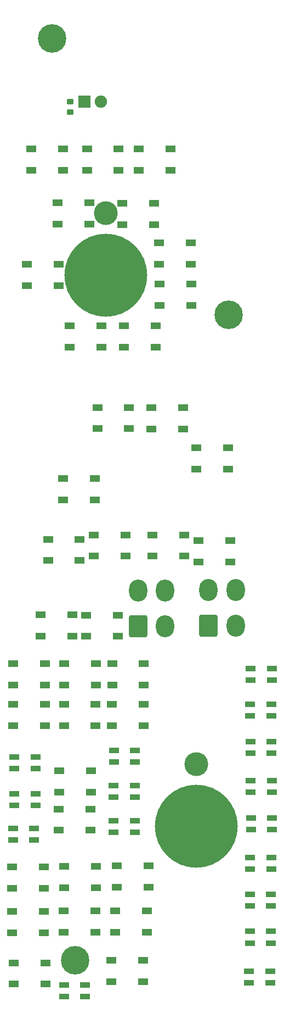
<source format=gbr>
%TF.GenerationSoftware,KiCad,Pcbnew,(6.0.9)*%
%TF.CreationDate,2022-12-26T23:22:05-09:00*%
%TF.ProjectId,PCB_ SPIN RCV PANEL,5043422c-2053-4504-994e-205243562050,rev?*%
%TF.SameCoordinates,Original*%
%TF.FileFunction,Soldermask,Top*%
%TF.FilePolarity,Negative*%
%FSLAX46Y46*%
G04 Gerber Fmt 4.6, Leading zero omitted, Abs format (unit mm)*
G04 Created by KiCad (PCBNEW (6.0.9)) date 2022-12-26 23:22:05*
%MOMM*%
%LPD*%
G01*
G04 APERTURE LIST*
G04 Aperture macros list*
%AMRoundRect*
0 Rectangle with rounded corners*
0 $1 Rounding radius*
0 $2 $3 $4 $5 $6 $7 $8 $9 X,Y pos of 4 corners*
0 Add a 4 corners polygon primitive as box body*
4,1,4,$2,$3,$4,$5,$6,$7,$8,$9,$2,$3,0*
0 Add four circle primitives for the rounded corners*
1,1,$1+$1,$2,$3*
1,1,$1+$1,$4,$5*
1,1,$1+$1,$6,$7*
1,1,$1+$1,$8,$9*
0 Add four rect primitives between the rounded corners*
20,1,$1+$1,$2,$3,$4,$5,0*
20,1,$1+$1,$4,$5,$6,$7,0*
20,1,$1+$1,$6,$7,$8,$9,0*
20,1,$1+$1,$8,$9,$2,$3,0*%
G04 Aperture macros list end*
%ADD10RoundRect,0.250000X-0.275000X0.200000X-0.275000X-0.200000X0.275000X-0.200000X0.275000X0.200000X0*%
%ADD11RoundRect,0.050000X-0.900000X-0.900000X0.900000X-0.900000X0.900000X0.900000X-0.900000X0.900000X0*%
%ADD12C,1.900000*%
%ADD13RoundRect,0.300001X-1.099999X-1.399999X1.099999X-1.399999X1.099999X1.399999X-1.099999X1.399999X0*%
%ADD14O,2.800000X3.400000*%
%ADD15RoundRect,0.050000X-0.750000X-0.400000X0.750000X-0.400000X0.750000X0.400000X-0.750000X0.400000X0*%
%ADD16RoundRect,0.050000X-0.750000X-0.450000X0.750000X-0.450000X0.750000X0.450000X-0.750000X0.450000X0*%
%ADD17C,12.800000*%
%ADD18C,3.672000*%
%ADD19C,4.400000*%
G04 APERTURE END LIST*
D10*
%TO.C,R1*%
X242545000Y-21501600D03*
X242545000Y-23151600D03*
%TD*%
D11*
%TO.C,D1*%
X244754000Y-21500000D03*
D12*
X247294000Y-21500000D03*
%TD*%
D13*
%TO.C,J1*%
X263900000Y-102300000D03*
D14*
X268100000Y-102300000D03*
X263900000Y-96800000D03*
X268100000Y-96800000D03*
%TD*%
D13*
%TO.C,J2*%
X253035000Y-102400000D03*
D14*
X257235000Y-102400000D03*
X253035000Y-96900000D03*
X257235000Y-96900000D03*
%TD*%
D15*
%TO.C,D25*%
X270410000Y-108885000D03*
X270410000Y-110665000D03*
X273690000Y-110665000D03*
X273690000Y-108885000D03*
%TD*%
%TO.C,D29*%
X270366000Y-114387000D03*
X270366000Y-116167000D03*
X273646000Y-116167000D03*
X273646000Y-114387000D03*
%TD*%
%TO.C,D30*%
X233948000Y-122565000D03*
X233948000Y-124345000D03*
X237228000Y-124345000D03*
X237228000Y-122565000D03*
%TD*%
%TO.C,D32*%
X249315000Y-121524000D03*
X249315000Y-123304000D03*
X252595000Y-123304000D03*
X252595000Y-121524000D03*
%TD*%
%TO.C,D33*%
X270397000Y-120178000D03*
X270397000Y-121958000D03*
X273677000Y-121958000D03*
X273677000Y-120178000D03*
%TD*%
%TO.C,D34*%
X233933000Y-128193000D03*
X233933000Y-129973000D03*
X237213000Y-129973000D03*
X237213000Y-128193000D03*
%TD*%
%TO.C,D35*%
X249289000Y-126960000D03*
X249289000Y-128740000D03*
X252569000Y-128740000D03*
X252569000Y-126960000D03*
%TD*%
%TO.C,D36*%
X270447000Y-126147000D03*
X270447000Y-127927000D03*
X273727000Y-127927000D03*
X273727000Y-126147000D03*
%TD*%
%TO.C,D37*%
X233728000Y-133577000D03*
X233728000Y-135357000D03*
X237008000Y-135357000D03*
X237008000Y-133577000D03*
%TD*%
%TO.C,D39*%
X249264000Y-132395000D03*
X249264000Y-134175000D03*
X252544000Y-134175000D03*
X252544000Y-132395000D03*
%TD*%
%TO.C,D40*%
X270470000Y-131952000D03*
X270470000Y-133732000D03*
X273750000Y-133732000D03*
X273750000Y-131952000D03*
%TD*%
%TO.C,D44*%
X270332000Y-138022000D03*
X270332000Y-139802000D03*
X273612000Y-139802000D03*
X273612000Y-138022000D03*
%TD*%
%TO.C,D45*%
X270318000Y-143712000D03*
X270318000Y-145492000D03*
X273598000Y-145492000D03*
X273598000Y-143712000D03*
%TD*%
%TO.C,D49*%
X270306000Y-149427000D03*
X270306000Y-151207000D03*
X273586000Y-151207000D03*
X273586000Y-149427000D03*
%TD*%
%TO.C,D51*%
X241604000Y-157707000D03*
X241604000Y-159487000D03*
X244884000Y-159487000D03*
X244884000Y-157707000D03*
%TD*%
%TO.C,D53*%
X270168000Y-155585000D03*
X270168000Y-157365000D03*
X273448000Y-157365000D03*
X273448000Y-155585000D03*
%TD*%
D16*
%TO.C,D2*%
X236601000Y-28829800D03*
X236601000Y-32129800D03*
X241501000Y-32129800D03*
X241501000Y-28829800D03*
%TD*%
%TO.C,D3*%
X245161000Y-28855600D03*
X245161000Y-32155600D03*
X250061000Y-32155600D03*
X250061000Y-28855600D03*
%TD*%
%TO.C,D4*%
X253139000Y-28830200D03*
X253139000Y-32130200D03*
X258039000Y-32130200D03*
X258039000Y-28830200D03*
%TD*%
%TO.C,D5*%
X240616000Y-37135600D03*
X240616000Y-40435600D03*
X245516000Y-40435600D03*
X245516000Y-37135600D03*
%TD*%
%TO.C,D6*%
X250649000Y-37186800D03*
X250649000Y-40486800D03*
X255549000Y-40486800D03*
X255549000Y-37186800D03*
%TD*%
%TO.C,D7*%
X256325000Y-43282600D03*
X256325000Y-46582600D03*
X261225000Y-46582600D03*
X261225000Y-43282600D03*
%TD*%
%TO.C,D8*%
X256388000Y-49683600D03*
X256388000Y-52983600D03*
X261288000Y-52983600D03*
X261288000Y-49683600D03*
%TD*%
%TO.C,D9*%
X250853000Y-56109800D03*
X250853000Y-59409800D03*
X255753000Y-59409800D03*
X255753000Y-56109800D03*
%TD*%
%TO.C,D10*%
X242494000Y-56084000D03*
X242494000Y-59384000D03*
X247394000Y-59384000D03*
X247394000Y-56084000D03*
%TD*%
%TO.C,D11*%
X235917000Y-46609800D03*
X235917000Y-49909800D03*
X240817000Y-49909800D03*
X240817000Y-46609800D03*
%TD*%
%TO.C,D12*%
X246763000Y-68657000D03*
X246763000Y-71957000D03*
X251663000Y-71957000D03*
X251663000Y-68657000D03*
%TD*%
%TO.C,D13*%
X255094000Y-68682400D03*
X255094000Y-71982400D03*
X259994000Y-71982400D03*
X259994000Y-68682400D03*
%TD*%
%TO.C,D14*%
X262029000Y-74854600D03*
X262029000Y-78154600D03*
X266929000Y-78154600D03*
X266929000Y-74854600D03*
%TD*%
%TO.C,D15*%
X262384000Y-89205600D03*
X262384000Y-92505600D03*
X267284000Y-92505600D03*
X267284000Y-89205600D03*
%TD*%
%TO.C,D16*%
X255280000Y-88300000D03*
X255280000Y-91600000D03*
X260180000Y-91600000D03*
X260180000Y-88300000D03*
%TD*%
%TO.C,D17*%
X246240000Y-88300000D03*
X246240000Y-91600000D03*
X251140000Y-91600000D03*
X251140000Y-88300000D03*
%TD*%
%TO.C,D18*%
X239143000Y-88977000D03*
X239143000Y-92277000D03*
X244043000Y-92277000D03*
X244043000Y-88977000D03*
%TD*%
%TO.C,D19*%
X241452000Y-79604400D03*
X241452000Y-82904400D03*
X246352000Y-82904400D03*
X246352000Y-79604400D03*
%TD*%
%TO.C,D20*%
X237975000Y-100610000D03*
X237975000Y-103910000D03*
X242875000Y-103910000D03*
X242875000Y-100610000D03*
%TD*%
%TO.C,D21*%
X245061000Y-100661000D03*
X245061000Y-103961000D03*
X249961000Y-103961000D03*
X249961000Y-100661000D03*
%TD*%
%TO.C,D22*%
X233758000Y-108129000D03*
X233758000Y-111429000D03*
X238658000Y-111429000D03*
X238658000Y-108129000D03*
%TD*%
%TO.C,D23*%
X241644000Y-108129000D03*
X241644000Y-111429000D03*
X246544000Y-111429000D03*
X246544000Y-108129000D03*
%TD*%
%TO.C,D24*%
X249049000Y-108129000D03*
X249049000Y-111429000D03*
X253949000Y-111429000D03*
X253949000Y-108129000D03*
%TD*%
%TO.C,D26*%
X233784000Y-114453000D03*
X233784000Y-117753000D03*
X238684000Y-117753000D03*
X238684000Y-114453000D03*
%TD*%
%TO.C,D27*%
X241607000Y-114428000D03*
X241607000Y-117728000D03*
X246507000Y-117728000D03*
X246507000Y-114428000D03*
%TD*%
%TO.C,D28*%
X249024000Y-114403000D03*
X249024000Y-117703000D03*
X253924000Y-117703000D03*
X253924000Y-114403000D03*
%TD*%
%TO.C,D31*%
X240900000Y-124650000D03*
X240900000Y-127950000D03*
X245800000Y-127950000D03*
X245800000Y-124650000D03*
%TD*%
%TO.C,D38*%
X240800000Y-130550000D03*
X240800000Y-133850000D03*
X245700000Y-133850000D03*
X245700000Y-130550000D03*
%TD*%
%TO.C,D41*%
X233631000Y-139472000D03*
X233631000Y-142772000D03*
X238531000Y-142772000D03*
X238531000Y-139472000D03*
%TD*%
%TO.C,D42*%
X241630000Y-139421000D03*
X241630000Y-142721000D03*
X246530000Y-142721000D03*
X246530000Y-139421000D03*
%TD*%
%TO.C,D43*%
X249797000Y-139320000D03*
X249797000Y-142620000D03*
X254697000Y-142620000D03*
X254697000Y-139320000D03*
%TD*%
%TO.C,D46*%
X233578000Y-146331000D03*
X233578000Y-149631000D03*
X238478000Y-149631000D03*
X238478000Y-146331000D03*
%TD*%
%TO.C,D47*%
X241531000Y-146254000D03*
X241531000Y-149554000D03*
X246431000Y-149554000D03*
X246431000Y-146254000D03*
%TD*%
%TO.C,D48*%
X249532000Y-146254000D03*
X249532000Y-149554000D03*
X254432000Y-149554000D03*
X254432000Y-146254000D03*
%TD*%
%TO.C,D50*%
X233858000Y-154255000D03*
X233858000Y-157555000D03*
X238758000Y-157555000D03*
X238758000Y-154255000D03*
%TD*%
%TO.C,D52*%
X248897000Y-153874000D03*
X248897000Y-157174000D03*
X253797000Y-157174000D03*
X253797000Y-153874000D03*
%TD*%
D17*
%TO.C,REF\u002A\u002A*%
X262053623Y-133215091D03*
X262053623Y-133215091D03*
D18*
X262053623Y-123690091D03*
%TD*%
%TO.C,REF\u002A\u002A*%
X248083623Y-38759936D03*
D17*
X248083623Y-48284936D03*
X248083623Y-48284936D03*
%TD*%
D19*
%TO.C,REF\u002A\u002A*%
X239765123Y-11835936D03*
%TD*%
%TO.C,REF\u002A\u002A*%
X267006623Y-54380936D03*
%TD*%
%TO.C,REF\u002A\u002A*%
X243321123Y-153885436D03*
%TD*%
M02*

</source>
